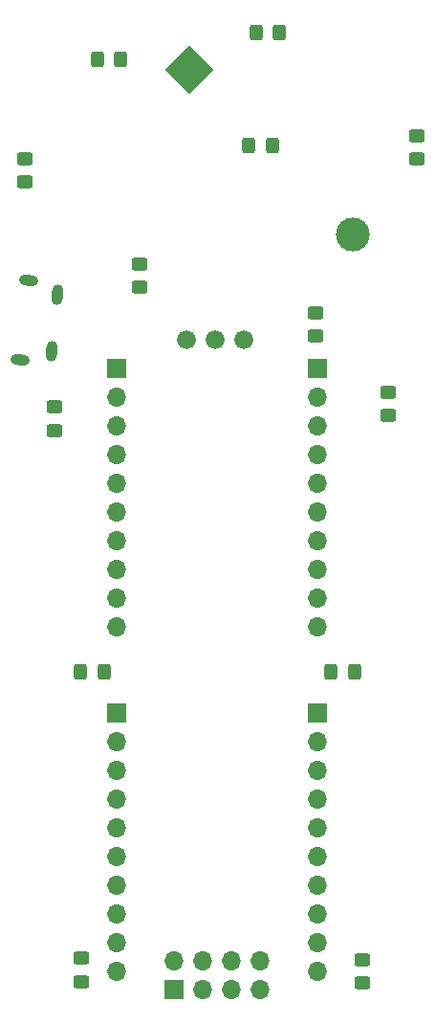
<source format=gbr>
%TF.GenerationSoftware,KiCad,Pcbnew,7.0.8*%
%TF.CreationDate,2024-06-06T10:31:46+02:00*%
%TF.ProjectId,BeerBoard,42656572-426f-4617-9264-2e6b69636164,rev?*%
%TF.SameCoordinates,Original*%
%TF.FileFunction,Soldermask,Bot*%
%TF.FilePolarity,Negative*%
%FSLAX46Y46*%
G04 Gerber Fmt 4.6, Leading zero omitted, Abs format (unit mm)*
G04 Created by KiCad (PCBNEW 7.0.8) date 2024-06-06 10:31:46*
%MOMM*%
%LPD*%
G01*
G04 APERTURE LIST*
G04 Aperture macros list*
%AMRoundRect*
0 Rectangle with rounded corners*
0 $1 Rounding radius*
0 $2 $3 $4 $5 $6 $7 $8 $9 X,Y pos of 4 corners*
0 Add a 4 corners polygon primitive as box body*
4,1,4,$2,$3,$4,$5,$6,$7,$8,$9,$2,$3,0*
0 Add four circle primitives for the rounded corners*
1,1,$1+$1,$2,$3*
1,1,$1+$1,$4,$5*
1,1,$1+$1,$6,$7*
1,1,$1+$1,$8,$9*
0 Add four rect primitives between the rounded corners*
20,1,$1+$1,$2,$3,$4,$5,0*
20,1,$1+$1,$4,$5,$6,$7,0*
20,1,$1+$1,$6,$7,$8,$9,0*
20,1,$1+$1,$8,$9,$2,$3,0*%
%AMHorizOval*
0 Thick line with rounded ends*
0 $1 width*
0 $2 $3 position (X,Y) of the first rounded end (center of the circle)*
0 $4 $5 position (X,Y) of the second rounded end (center of the circle)*
0 Add line between two ends*
20,1,$1,$2,$3,$4,$5,0*
0 Add two circle primitives to create the rounded ends*
1,1,$1,$2,$3*
1,1,$1,$4,$5*%
%AMRotRect*
0 Rectangle, with rotation*
0 The origin of the aperture is its center*
0 $1 length*
0 $2 width*
0 $3 Rotation angle, in degrees counterclockwise*
0 Add horizontal line*
21,1,$1,$2,0,0,$3*%
G04 Aperture macros list end*
%ADD10RotRect,3.000000X3.000000X315.000000*%
%ADD11C,3.000000*%
%ADD12HorizOval,0.954000X-0.372946X0.039198X0.372946X-0.039198X0*%
%ADD13HorizOval,1.004000X-0.041811X-0.397809X0.041811X0.397809X0*%
%ADD14R,1.700000X1.700000*%
%ADD15O,1.700000X1.700000*%
%ADD16C,1.676400*%
%ADD17RoundRect,0.250000X-0.325000X-0.450000X0.325000X-0.450000X0.325000X0.450000X-0.325000X0.450000X0*%
%ADD18RoundRect,0.250000X-0.450000X0.325000X-0.450000X-0.325000X0.450000X-0.325000X0.450000X0.325000X0*%
%ADD19RoundRect,0.250000X0.325000X0.450000X-0.325000X0.450000X-0.325000X-0.450000X0.325000X-0.450000X0*%
%ADD20RoundRect,0.250000X0.450000X-0.325000X0.450000X0.325000X-0.450000X0.325000X-0.450000X-0.325000X0*%
G04 APERTURE END LIST*
D10*
%TO.C,BT1*%
X132200000Y-76400000D03*
D11*
X146688618Y-90888618D03*
%TD*%
D12*
%TO.C,J3*%
X117921933Y-94998388D03*
D13*
X120500000Y-96300000D03*
X119977358Y-101272610D03*
D12*
X117185007Y-102009768D03*
%TD*%
D14*
%TO.C,J5*%
X143500000Y-133300000D03*
D15*
X143500000Y-135840000D03*
X143500000Y-138380000D03*
X143500000Y-140920000D03*
X143500000Y-143460000D03*
X143500000Y-146000000D03*
X143500000Y-148540000D03*
X143500000Y-151080000D03*
X143500000Y-153620000D03*
X143500000Y-156160000D03*
%TD*%
D16*
%TO.C,SW3*%
X131960000Y-100200000D03*
X134500000Y-100200000D03*
X137040000Y-100200000D03*
%TD*%
D14*
%TO.C,J1*%
X125720000Y-102820000D03*
D15*
X125720000Y-105360000D03*
X125720000Y-107900000D03*
X125720000Y-110440000D03*
X125720000Y-112980000D03*
X125720000Y-115520000D03*
X125720000Y-118060000D03*
X125720000Y-120600000D03*
X125720000Y-123140000D03*
X125720000Y-125680000D03*
%TD*%
D14*
%TO.C,J4*%
X143500000Y-102820000D03*
D15*
X143500000Y-105360000D03*
X143500000Y-107900000D03*
X143500000Y-110440000D03*
X143500000Y-112980000D03*
X143500000Y-115520000D03*
X143500000Y-118060000D03*
X143500000Y-120600000D03*
X143500000Y-123140000D03*
X143500000Y-125680000D03*
%TD*%
D14*
%TO.C,J6*%
X130800000Y-157770000D03*
D15*
X130800000Y-155230000D03*
X133340000Y-157770000D03*
X133340000Y-155230000D03*
X135880000Y-157770000D03*
X135880000Y-155230000D03*
X138420000Y-157770000D03*
X138420000Y-155230000D03*
%TD*%
D14*
%TO.C,J2*%
X125720000Y-133300000D03*
D15*
X125720000Y-135840000D03*
X125720000Y-138380000D03*
X125720000Y-140920000D03*
X125720000Y-143460000D03*
X125720000Y-146000000D03*
X125720000Y-148540000D03*
X125720000Y-151080000D03*
X125720000Y-153620000D03*
X125720000Y-156160000D03*
%TD*%
D17*
%TO.C,D2*%
X124075000Y-75400000D03*
X126125000Y-75400000D03*
%TD*%
D18*
%TO.C,D6*%
X143330000Y-97855000D03*
X143330000Y-99905000D03*
%TD*%
D19*
%TO.C,D12*%
X146792500Y-129580000D03*
X144742500Y-129580000D03*
%TD*%
D18*
%TO.C,D13*%
X147510000Y-155075000D03*
X147510000Y-157125000D03*
%TD*%
D20*
%TO.C,D8*%
X120240000Y-108242500D03*
X120240000Y-106192500D03*
%TD*%
D18*
%TO.C,D7*%
X127780000Y-93567500D03*
X127780000Y-95617500D03*
%TD*%
D17*
%TO.C,D4*%
X138097500Y-73050000D03*
X140147500Y-73050000D03*
%TD*%
%TO.C,D9*%
X122567500Y-129580000D03*
X124617500Y-129580000D03*
%TD*%
%TO.C,D3*%
X137455000Y-83050000D03*
X139505000Y-83050000D03*
%TD*%
D20*
%TO.C,D1*%
X117640000Y-86302500D03*
X117640000Y-84252500D03*
%TD*%
D18*
%TO.C,D10*%
X122620000Y-154977500D03*
X122620000Y-157027500D03*
%TD*%
%TO.C,D11*%
X149810000Y-104887500D03*
X149810000Y-106937500D03*
%TD*%
%TO.C,D5*%
X152330000Y-82197500D03*
X152330000Y-84247500D03*
%TD*%
M02*

</source>
